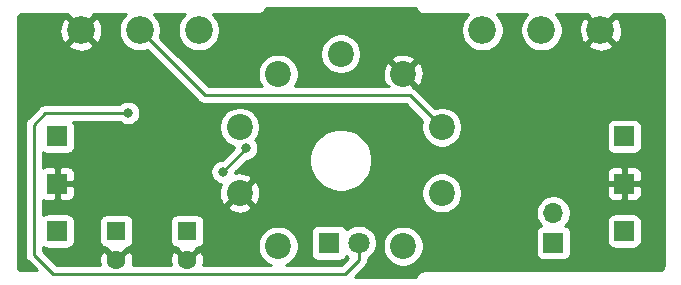
<source format=gbr>
%TF.GenerationSoftware,KiCad,Pcbnew,5.1.9-73d0e3b20d~88~ubuntu20.04.1*%
%TF.CreationDate,2021-05-23T20:46:25+02:00*%
%TF.ProjectId,ValveLord,56616c76-654c-46f7-9264-2e6b69636164,rev?*%
%TF.SameCoordinates,Original*%
%TF.FileFunction,Copper,L2,Bot*%
%TF.FilePolarity,Positive*%
%FSLAX46Y46*%
G04 Gerber Fmt 4.6, Leading zero omitted, Abs format (unit mm)*
G04 Created by KiCad (PCBNEW 5.1.9-73d0e3b20d~88~ubuntu20.04.1) date 2021-05-23 20:46:25*
%MOMM*%
%LPD*%
G01*
G04 APERTURE LIST*
%TA.AperFunction,ComponentPad*%
%ADD10C,2.340000*%
%TD*%
%TA.AperFunction,ComponentPad*%
%ADD11C,2.200000*%
%TD*%
%TA.AperFunction,ComponentPad*%
%ADD12O,1.700000X1.700000*%
%TD*%
%TA.AperFunction,ComponentPad*%
%ADD13R,1.700000X1.700000*%
%TD*%
%TA.AperFunction,ComponentPad*%
%ADD14C,1.800000*%
%TD*%
%TA.AperFunction,ComponentPad*%
%ADD15R,1.800000X1.800000*%
%TD*%
%TA.AperFunction,ComponentPad*%
%ADD16C,1.600000*%
%TD*%
%TA.AperFunction,ComponentPad*%
%ADD17R,1.600000X1.600000*%
%TD*%
%TA.AperFunction,ViaPad*%
%ADD18C,0.800000*%
%TD*%
%TA.AperFunction,Conductor*%
%ADD19C,0.250000*%
%TD*%
%TA.AperFunction,Conductor*%
%ADD20C,0.254000*%
%TD*%
%TA.AperFunction,Conductor*%
%ADD21C,0.100000*%
%TD*%
G04 APERTURE END LIST*
D10*
%TO.P,RV2,1*%
%TO.N,GND*%
X227000000Y-102000000D03*
%TO.P,RV2,2*%
%TO.N,/Vout*%
X222000000Y-102000000D03*
%TO.P,RV2,3*%
%TO.N,Net-(C4-Pad1)*%
X217000000Y-102000000D03*
%TD*%
%TO.P,RV1,1*%
%TO.N,Net-(RV1-Pad1)*%
X193000000Y-102000000D03*
%TO.P,RV1,2*%
%TO.N,Net-(C6-Pad2)*%
X188000000Y-102000000D03*
%TO.P,RV1,3*%
%TO.N,GND*%
X183000000Y-102000000D03*
%TD*%
D11*
%TO.P,U1,9*%
%TO.N,Net-(U1-Pad9)*%
X199710000Y-120280000D03*
%TO.P,U1,8*%
%TO.N,GND*%
X196440000Y-115780000D03*
%TO.P,U1,7*%
%TO.N,Net-(C3-Pad1)*%
X196440000Y-110220000D03*
%TO.P,U1,6*%
%TO.N,Net-(C4-Pad2)*%
X199710000Y-105720000D03*
%TO.P,U1,5*%
%TO.N,VCC*%
X205000000Y-104000000D03*
%TO.P,U1,4*%
%TO.N,GND*%
X210290000Y-105720000D03*
%TO.P,U1,3*%
%TO.N,Net-(C6-Pad2)*%
X213560000Y-110220000D03*
%TO.P,U1,2*%
%TO.N,Net-(C1-Pad1)*%
X213560000Y-115780000D03*
%TO.P,U1,1*%
%TO.N,Net-(C3-Pad2)*%
X210290000Y-120280000D03*
%TD*%
D12*
%TO.P,J7,2*%
%TO.N,Net-(J7-Pad2)*%
X223000000Y-117460000D03*
D13*
%TO.P,J7,1*%
%TO.N,VDD*%
X223000000Y-120000000D03*
%TD*%
%TO.P,J6,1*%
%TO.N,Net-(D1-Pad1)*%
X181000000Y-119000000D03*
%TD*%
D14*
%TO.P,D1,2*%
%TO.N,Net-(D1-Pad2)*%
X206540000Y-120000000D03*
D15*
%TO.P,D1,1*%
%TO.N,Net-(D1-Pad1)*%
X204000000Y-120000000D03*
%TD*%
D16*
%TO.P,C5,2*%
%TO.N,GND*%
X192000000Y-121500000D03*
D17*
%TO.P,C5,1*%
%TO.N,VDD*%
X192000000Y-119000000D03*
%TD*%
D13*
%TO.P,J5,1*%
%TO.N,GND*%
X229000000Y-115000000D03*
%TD*%
%TO.P,J3,1*%
%TO.N,/Vin*%
X229000000Y-119000000D03*
%TD*%
%TO.P,J1,1*%
%TO.N,VCC*%
X181000000Y-111000000D03*
%TD*%
%TO.P,J2,1*%
%TO.N,GND*%
X181000000Y-115000000D03*
%TD*%
%TO.P,J4,1*%
%TO.N,/Vout*%
X229000000Y-111000000D03*
%TD*%
D16*
%TO.P,C2,2*%
%TO.N,GND*%
X186000000Y-121500000D03*
D17*
%TO.P,C2,1*%
%TO.N,VCC*%
X186000000Y-119000000D03*
%TD*%
D18*
%TO.N,Net-(C4-Pad2)*%
X195000000Y-114000000D03*
X197000000Y-112000000D03*
%TO.N,GND*%
X187000000Y-113000000D03*
%TO.N,Net-(D1-Pad2)*%
X187000000Y-109000000D03*
%TD*%
D19*
%TO.N,Net-(C4-Pad2)*%
X195000000Y-114000000D02*
X197000000Y-112000000D01*
%TO.N,Net-(C6-Pad2)*%
X210840000Y-107500000D02*
X213560000Y-110220000D01*
X193500000Y-107500000D02*
X210840000Y-107500000D01*
X188000000Y-102000000D02*
X193500000Y-107500000D01*
%TO.N,Net-(D1-Pad2)*%
X206540000Y-121460000D02*
X206540000Y-120000000D01*
X205350010Y-122649990D02*
X206540000Y-121460000D01*
X180649990Y-122649990D02*
X205350010Y-122649990D01*
X179000000Y-121000000D02*
X180649990Y-122649990D01*
X179000000Y-110000000D02*
X179000000Y-121000000D01*
X180000000Y-109000000D02*
X179000000Y-110000000D01*
X184000000Y-109000000D02*
X180000000Y-109000000D01*
X187000000Y-109000000D02*
X184000000Y-109000000D01*
%TD*%
D20*
%TO.N,GND*%
X211349550Y-100129383D02*
X211387290Y-100253793D01*
X211448575Y-100368450D01*
X211531052Y-100468948D01*
X211631550Y-100551425D01*
X211746207Y-100612710D01*
X211870617Y-100650450D01*
X211967581Y-100660000D01*
X212000000Y-100663193D01*
X212032419Y-100660000D01*
X215787344Y-100660000D01*
X215597965Y-100849379D01*
X215400429Y-101145012D01*
X215264365Y-101473501D01*
X215195000Y-101822223D01*
X215195000Y-102177777D01*
X215264365Y-102526499D01*
X215400429Y-102854988D01*
X215597965Y-103150621D01*
X215849379Y-103402035D01*
X216145012Y-103599571D01*
X216473501Y-103735635D01*
X216822223Y-103805000D01*
X217177777Y-103805000D01*
X217526499Y-103735635D01*
X217854988Y-103599571D01*
X218150621Y-103402035D01*
X218402035Y-103150621D01*
X218599571Y-102854988D01*
X218735635Y-102526499D01*
X218805000Y-102177777D01*
X218805000Y-101822223D01*
X218735635Y-101473501D01*
X218599571Y-101145012D01*
X218402035Y-100849379D01*
X218212656Y-100660000D01*
X220787344Y-100660000D01*
X220597965Y-100849379D01*
X220400429Y-101145012D01*
X220264365Y-101473501D01*
X220195000Y-101822223D01*
X220195000Y-102177777D01*
X220264365Y-102526499D01*
X220400429Y-102854988D01*
X220597965Y-103150621D01*
X220849379Y-103402035D01*
X221145012Y-103599571D01*
X221473501Y-103735635D01*
X221822223Y-103805000D01*
X222177777Y-103805000D01*
X222526499Y-103735635D01*
X222854988Y-103599571D01*
X223150621Y-103402035D01*
X223296054Y-103256602D01*
X225923003Y-103256602D01*
X226039275Y-103538389D01*
X226357860Y-103696257D01*
X226701122Y-103788938D01*
X227055869Y-103812873D01*
X227408470Y-103767139D01*
X227745373Y-103653495D01*
X227960725Y-103538389D01*
X228076997Y-103256602D01*
X227000000Y-102179605D01*
X225923003Y-103256602D01*
X223296054Y-103256602D01*
X223402035Y-103150621D01*
X223599571Y-102854988D01*
X223735635Y-102526499D01*
X223805000Y-102177777D01*
X223805000Y-102055869D01*
X225187127Y-102055869D01*
X225232861Y-102408470D01*
X225346505Y-102745373D01*
X225461611Y-102960725D01*
X225743398Y-103076997D01*
X226820395Y-102000000D01*
X227179605Y-102000000D01*
X228256602Y-103076997D01*
X228538389Y-102960725D01*
X228696257Y-102642140D01*
X228788938Y-102298878D01*
X228812873Y-101944131D01*
X228767139Y-101591530D01*
X228653495Y-101254627D01*
X228538389Y-101039275D01*
X228256602Y-100923003D01*
X227179605Y-102000000D01*
X226820395Y-102000000D01*
X225743398Y-100923003D01*
X225461611Y-101039275D01*
X225303743Y-101357860D01*
X225211062Y-101701122D01*
X225187127Y-102055869D01*
X223805000Y-102055869D01*
X223805000Y-101822223D01*
X223735635Y-101473501D01*
X223599571Y-101145012D01*
X223402035Y-100849379D01*
X223212656Y-100660000D01*
X225957415Y-100660000D01*
X225923003Y-100743398D01*
X227000000Y-101820395D01*
X228076997Y-100743398D01*
X228042585Y-100660000D01*
X231967721Y-100660000D01*
X232065424Y-100669580D01*
X232128356Y-100688580D01*
X232186405Y-100719445D01*
X232237343Y-100760989D01*
X232279248Y-100811644D01*
X232310515Y-100869471D01*
X232329956Y-100932272D01*
X232340001Y-101027845D01*
X232340000Y-121967721D01*
X232330420Y-122065424D01*
X232311420Y-122128357D01*
X232280554Y-122186406D01*
X232239011Y-122237343D01*
X232188356Y-122279248D01*
X232130529Y-122310515D01*
X232067728Y-122329956D01*
X231972165Y-122340000D01*
X212032419Y-122340000D01*
X212000000Y-122336807D01*
X211967581Y-122340000D01*
X211870617Y-122349550D01*
X211746207Y-122387290D01*
X211631550Y-122448575D01*
X211531052Y-122531052D01*
X211448575Y-122631550D01*
X211387290Y-122746207D01*
X211349550Y-122870617D01*
X211349315Y-122873000D01*
X206201801Y-122873000D01*
X207051004Y-122023798D01*
X207080001Y-122000001D01*
X207115431Y-121956830D01*
X207174974Y-121884277D01*
X207245546Y-121752247D01*
X207247320Y-121746398D01*
X207289003Y-121608986D01*
X207300000Y-121497333D01*
X207300000Y-121497323D01*
X207303676Y-121460000D01*
X207300000Y-121422678D01*
X207300000Y-121338313D01*
X207518505Y-121192312D01*
X207732312Y-120978505D01*
X207900299Y-120727095D01*
X208016011Y-120447743D01*
X208075000Y-120151184D01*
X208075000Y-120109117D01*
X208555000Y-120109117D01*
X208555000Y-120450883D01*
X208621675Y-120786081D01*
X208752463Y-121101831D01*
X208942337Y-121385998D01*
X209184002Y-121627663D01*
X209468169Y-121817537D01*
X209783919Y-121948325D01*
X210119117Y-122015000D01*
X210460883Y-122015000D01*
X210796081Y-121948325D01*
X211111831Y-121817537D01*
X211395998Y-121627663D01*
X211637663Y-121385998D01*
X211827537Y-121101831D01*
X211958325Y-120786081D01*
X212025000Y-120450883D01*
X212025000Y-120109117D01*
X211958325Y-119773919D01*
X211827537Y-119458169D01*
X211637663Y-119174002D01*
X211613661Y-119150000D01*
X221511928Y-119150000D01*
X221511928Y-120850000D01*
X221524188Y-120974482D01*
X221560498Y-121094180D01*
X221619463Y-121204494D01*
X221698815Y-121301185D01*
X221795506Y-121380537D01*
X221905820Y-121439502D01*
X222025518Y-121475812D01*
X222150000Y-121488072D01*
X223850000Y-121488072D01*
X223974482Y-121475812D01*
X224094180Y-121439502D01*
X224204494Y-121380537D01*
X224301185Y-121301185D01*
X224380537Y-121204494D01*
X224439502Y-121094180D01*
X224475812Y-120974482D01*
X224488072Y-120850000D01*
X224488072Y-119150000D01*
X224475812Y-119025518D01*
X224439502Y-118905820D01*
X224380537Y-118795506D01*
X224301185Y-118698815D01*
X224204494Y-118619463D01*
X224094180Y-118560498D01*
X224021620Y-118538487D01*
X224153475Y-118406632D01*
X224315990Y-118163411D01*
X224321544Y-118150000D01*
X227511928Y-118150000D01*
X227511928Y-119850000D01*
X227524188Y-119974482D01*
X227560498Y-120094180D01*
X227619463Y-120204494D01*
X227698815Y-120301185D01*
X227795506Y-120380537D01*
X227905820Y-120439502D01*
X228025518Y-120475812D01*
X228150000Y-120488072D01*
X229850000Y-120488072D01*
X229974482Y-120475812D01*
X230094180Y-120439502D01*
X230204494Y-120380537D01*
X230301185Y-120301185D01*
X230380537Y-120204494D01*
X230439502Y-120094180D01*
X230475812Y-119974482D01*
X230488072Y-119850000D01*
X230488072Y-118150000D01*
X230475812Y-118025518D01*
X230439502Y-117905820D01*
X230380537Y-117795506D01*
X230301185Y-117698815D01*
X230204494Y-117619463D01*
X230094180Y-117560498D01*
X229974482Y-117524188D01*
X229850000Y-117511928D01*
X228150000Y-117511928D01*
X228025518Y-117524188D01*
X227905820Y-117560498D01*
X227795506Y-117619463D01*
X227698815Y-117698815D01*
X227619463Y-117795506D01*
X227560498Y-117905820D01*
X227524188Y-118025518D01*
X227511928Y-118150000D01*
X224321544Y-118150000D01*
X224427932Y-117893158D01*
X224485000Y-117606260D01*
X224485000Y-117313740D01*
X224427932Y-117026842D01*
X224315990Y-116756589D01*
X224153475Y-116513368D01*
X223946632Y-116306525D01*
X223703411Y-116144010D01*
X223433158Y-116032068D01*
X223146260Y-115975000D01*
X222853740Y-115975000D01*
X222566842Y-116032068D01*
X222296589Y-116144010D01*
X222053368Y-116306525D01*
X221846525Y-116513368D01*
X221684010Y-116756589D01*
X221572068Y-117026842D01*
X221515000Y-117313740D01*
X221515000Y-117606260D01*
X221572068Y-117893158D01*
X221684010Y-118163411D01*
X221846525Y-118406632D01*
X221978380Y-118538487D01*
X221905820Y-118560498D01*
X221795506Y-118619463D01*
X221698815Y-118698815D01*
X221619463Y-118795506D01*
X221560498Y-118905820D01*
X221524188Y-119025518D01*
X221511928Y-119150000D01*
X211613661Y-119150000D01*
X211395998Y-118932337D01*
X211111831Y-118742463D01*
X210796081Y-118611675D01*
X210460883Y-118545000D01*
X210119117Y-118545000D01*
X209783919Y-118611675D01*
X209468169Y-118742463D01*
X209184002Y-118932337D01*
X208942337Y-119174002D01*
X208752463Y-119458169D01*
X208621675Y-119773919D01*
X208555000Y-120109117D01*
X208075000Y-120109117D01*
X208075000Y-119848816D01*
X208016011Y-119552257D01*
X207900299Y-119272905D01*
X207732312Y-119021495D01*
X207518505Y-118807688D01*
X207267095Y-118639701D01*
X206987743Y-118523989D01*
X206691184Y-118465000D01*
X206388816Y-118465000D01*
X206092257Y-118523989D01*
X205812905Y-118639701D01*
X205561495Y-118807688D01*
X205495056Y-118874127D01*
X205489502Y-118855820D01*
X205430537Y-118745506D01*
X205351185Y-118648815D01*
X205254494Y-118569463D01*
X205144180Y-118510498D01*
X205024482Y-118474188D01*
X204900000Y-118461928D01*
X203100000Y-118461928D01*
X202975518Y-118474188D01*
X202855820Y-118510498D01*
X202745506Y-118569463D01*
X202648815Y-118648815D01*
X202569463Y-118745506D01*
X202510498Y-118855820D01*
X202474188Y-118975518D01*
X202461928Y-119100000D01*
X202461928Y-120900000D01*
X202474188Y-121024482D01*
X202510498Y-121144180D01*
X202569463Y-121254494D01*
X202648815Y-121351185D01*
X202745506Y-121430537D01*
X202855820Y-121489502D01*
X202975518Y-121525812D01*
X203100000Y-121538072D01*
X204900000Y-121538072D01*
X205024482Y-121525812D01*
X205144180Y-121489502D01*
X205254494Y-121430537D01*
X205351185Y-121351185D01*
X205430537Y-121254494D01*
X205489502Y-121144180D01*
X205495056Y-121125873D01*
X205561495Y-121192312D01*
X205664237Y-121260962D01*
X205035209Y-121889990D01*
X200356914Y-121889990D01*
X200531831Y-121817537D01*
X200815998Y-121627663D01*
X201057663Y-121385998D01*
X201247537Y-121101831D01*
X201378325Y-120786081D01*
X201445000Y-120450883D01*
X201445000Y-120109117D01*
X201378325Y-119773919D01*
X201247537Y-119458169D01*
X201057663Y-119174002D01*
X200815998Y-118932337D01*
X200531831Y-118742463D01*
X200216081Y-118611675D01*
X199880883Y-118545000D01*
X199539117Y-118545000D01*
X199203919Y-118611675D01*
X198888169Y-118742463D01*
X198604002Y-118932337D01*
X198362337Y-119174002D01*
X198172463Y-119458169D01*
X198041675Y-119773919D01*
X197975000Y-120109117D01*
X197975000Y-120450883D01*
X198041675Y-120786081D01*
X198172463Y-121101831D01*
X198362337Y-121385998D01*
X198604002Y-121627663D01*
X198888169Y-121817537D01*
X199063086Y-121889990D01*
X193381638Y-121889990D01*
X193426300Y-121711816D01*
X193440217Y-121429488D01*
X193398787Y-121149870D01*
X193303603Y-120883708D01*
X193236671Y-120758486D01*
X192992702Y-120686903D01*
X192179605Y-121500000D01*
X192193748Y-121514143D01*
X192014143Y-121693748D01*
X192000000Y-121679605D01*
X191985858Y-121693748D01*
X191806253Y-121514143D01*
X191820395Y-121500000D01*
X191007298Y-120686903D01*
X190763329Y-120758486D01*
X190642429Y-121013996D01*
X190573700Y-121288184D01*
X190559783Y-121570512D01*
X190601213Y-121850130D01*
X190615468Y-121889990D01*
X187381638Y-121889990D01*
X187426300Y-121711816D01*
X187440217Y-121429488D01*
X187398787Y-121149870D01*
X187303603Y-120883708D01*
X187236671Y-120758486D01*
X186992702Y-120686903D01*
X186179605Y-121500000D01*
X186193748Y-121514143D01*
X186014143Y-121693748D01*
X186000000Y-121679605D01*
X185985858Y-121693748D01*
X185806253Y-121514143D01*
X185820395Y-121500000D01*
X185007298Y-120686903D01*
X184763329Y-120758486D01*
X184642429Y-121013996D01*
X184573700Y-121288184D01*
X184559783Y-121570512D01*
X184601213Y-121850130D01*
X184615468Y-121889990D01*
X180964792Y-121889990D01*
X179760000Y-120685199D01*
X179760000Y-120351398D01*
X179795506Y-120380537D01*
X179905820Y-120439502D01*
X180025518Y-120475812D01*
X180150000Y-120488072D01*
X181850000Y-120488072D01*
X181974482Y-120475812D01*
X182094180Y-120439502D01*
X182204494Y-120380537D01*
X182301185Y-120301185D01*
X182380537Y-120204494D01*
X182439502Y-120094180D01*
X182475812Y-119974482D01*
X182488072Y-119850000D01*
X182488072Y-118200000D01*
X184561928Y-118200000D01*
X184561928Y-119800000D01*
X184574188Y-119924482D01*
X184610498Y-120044180D01*
X184669463Y-120154494D01*
X184748815Y-120251185D01*
X184845506Y-120330537D01*
X184955820Y-120389502D01*
X185075518Y-120425812D01*
X185200000Y-120438072D01*
X185207215Y-120438072D01*
X185186903Y-120507298D01*
X186000000Y-121320395D01*
X186813097Y-120507298D01*
X186792785Y-120438072D01*
X186800000Y-120438072D01*
X186924482Y-120425812D01*
X187044180Y-120389502D01*
X187154494Y-120330537D01*
X187251185Y-120251185D01*
X187330537Y-120154494D01*
X187389502Y-120044180D01*
X187425812Y-119924482D01*
X187438072Y-119800000D01*
X187438072Y-118200000D01*
X190561928Y-118200000D01*
X190561928Y-119800000D01*
X190574188Y-119924482D01*
X190610498Y-120044180D01*
X190669463Y-120154494D01*
X190748815Y-120251185D01*
X190845506Y-120330537D01*
X190955820Y-120389502D01*
X191075518Y-120425812D01*
X191200000Y-120438072D01*
X191207215Y-120438072D01*
X191186903Y-120507298D01*
X192000000Y-121320395D01*
X192813097Y-120507298D01*
X192792785Y-120438072D01*
X192800000Y-120438072D01*
X192924482Y-120425812D01*
X193044180Y-120389502D01*
X193154494Y-120330537D01*
X193251185Y-120251185D01*
X193330537Y-120154494D01*
X193389502Y-120044180D01*
X193425812Y-119924482D01*
X193438072Y-119800000D01*
X193438072Y-118200000D01*
X193425812Y-118075518D01*
X193389502Y-117955820D01*
X193330537Y-117845506D01*
X193251185Y-117748815D01*
X193154494Y-117669463D01*
X193044180Y-117610498D01*
X192924482Y-117574188D01*
X192800000Y-117561928D01*
X191200000Y-117561928D01*
X191075518Y-117574188D01*
X190955820Y-117610498D01*
X190845506Y-117669463D01*
X190748815Y-117748815D01*
X190669463Y-117845506D01*
X190610498Y-117955820D01*
X190574188Y-118075518D01*
X190561928Y-118200000D01*
X187438072Y-118200000D01*
X187425812Y-118075518D01*
X187389502Y-117955820D01*
X187330537Y-117845506D01*
X187251185Y-117748815D01*
X187154494Y-117669463D01*
X187044180Y-117610498D01*
X186924482Y-117574188D01*
X186800000Y-117561928D01*
X185200000Y-117561928D01*
X185075518Y-117574188D01*
X184955820Y-117610498D01*
X184845506Y-117669463D01*
X184748815Y-117748815D01*
X184669463Y-117845506D01*
X184610498Y-117955820D01*
X184574188Y-118075518D01*
X184561928Y-118200000D01*
X182488072Y-118200000D01*
X182488072Y-118150000D01*
X182475812Y-118025518D01*
X182439502Y-117905820D01*
X182380537Y-117795506D01*
X182301185Y-117698815D01*
X182204494Y-117619463D01*
X182094180Y-117560498D01*
X181974482Y-117524188D01*
X181850000Y-117511928D01*
X180150000Y-117511928D01*
X180025518Y-117524188D01*
X179905820Y-117560498D01*
X179795506Y-117619463D01*
X179760000Y-117648602D01*
X179760000Y-116986712D01*
X195412893Y-116986712D01*
X195520726Y-117261338D01*
X195827384Y-117412216D01*
X196157585Y-117500369D01*
X196498639Y-117522409D01*
X196837439Y-117477489D01*
X197160966Y-117367336D01*
X197359274Y-117261338D01*
X197467107Y-116986712D01*
X196440000Y-115959605D01*
X195412893Y-116986712D01*
X179760000Y-116986712D01*
X179760000Y-116351398D01*
X179795506Y-116380537D01*
X179905820Y-116439502D01*
X180025518Y-116475812D01*
X180150000Y-116488072D01*
X180714250Y-116485000D01*
X180873000Y-116326250D01*
X180873000Y-115127000D01*
X181127000Y-115127000D01*
X181127000Y-116326250D01*
X181285750Y-116485000D01*
X181850000Y-116488072D01*
X181974482Y-116475812D01*
X182094180Y-116439502D01*
X182204494Y-116380537D01*
X182301185Y-116301185D01*
X182380537Y-116204494D01*
X182439502Y-116094180D01*
X182475812Y-115974482D01*
X182488072Y-115850000D01*
X182485000Y-115285750D01*
X182326250Y-115127000D01*
X181127000Y-115127000D01*
X180873000Y-115127000D01*
X180853000Y-115127000D01*
X180853000Y-114873000D01*
X180873000Y-114873000D01*
X180873000Y-113673750D01*
X181127000Y-113673750D01*
X181127000Y-114873000D01*
X182326250Y-114873000D01*
X182485000Y-114714250D01*
X182488072Y-114150000D01*
X182475812Y-114025518D01*
X182439502Y-113905820D01*
X182435355Y-113898061D01*
X193965000Y-113898061D01*
X193965000Y-114101939D01*
X194004774Y-114301898D01*
X194082795Y-114490256D01*
X194196063Y-114659774D01*
X194340226Y-114803937D01*
X194509744Y-114917205D01*
X194698102Y-114995226D01*
X194875159Y-115030445D01*
X194807784Y-115167384D01*
X194719631Y-115497585D01*
X194697591Y-115838639D01*
X194742511Y-116177439D01*
X194852664Y-116500966D01*
X194958662Y-116699274D01*
X195233288Y-116807107D01*
X196260395Y-115780000D01*
X196619605Y-115780000D01*
X197646712Y-116807107D01*
X197921338Y-116699274D01*
X198072216Y-116392616D01*
X198160369Y-116062415D01*
X198182409Y-115721361D01*
X198137489Y-115382561D01*
X198027336Y-115059034D01*
X197921338Y-114860726D01*
X197646712Y-114752893D01*
X196619605Y-115780000D01*
X196260395Y-115780000D01*
X196246253Y-115765858D01*
X196425858Y-115586253D01*
X196440000Y-115600395D01*
X197467107Y-114573288D01*
X197359274Y-114298662D01*
X197052616Y-114147784D01*
X196722415Y-114059631D01*
X196381361Y-114037591D01*
X196042561Y-114082511D01*
X196035000Y-114085085D01*
X196035000Y-114039801D01*
X197039802Y-113035000D01*
X197101939Y-113035000D01*
X197301898Y-112995226D01*
X197490256Y-112917205D01*
X197659774Y-112803937D01*
X197726397Y-112737314D01*
X202332905Y-112737314D01*
X202332905Y-113262686D01*
X202435400Y-113777963D01*
X202636451Y-114263343D01*
X202928332Y-114700174D01*
X203299826Y-115071668D01*
X203736657Y-115363549D01*
X204222037Y-115564600D01*
X204737314Y-115667095D01*
X205262686Y-115667095D01*
X205554160Y-115609117D01*
X211825000Y-115609117D01*
X211825000Y-115950883D01*
X211891675Y-116286081D01*
X212022463Y-116601831D01*
X212212337Y-116885998D01*
X212454002Y-117127663D01*
X212738169Y-117317537D01*
X213053919Y-117448325D01*
X213389117Y-117515000D01*
X213730883Y-117515000D01*
X214066081Y-117448325D01*
X214381831Y-117317537D01*
X214665998Y-117127663D01*
X214907663Y-116885998D01*
X215097537Y-116601831D01*
X215228325Y-116286081D01*
X215295000Y-115950883D01*
X215295000Y-115850000D01*
X227511928Y-115850000D01*
X227524188Y-115974482D01*
X227560498Y-116094180D01*
X227619463Y-116204494D01*
X227698815Y-116301185D01*
X227795506Y-116380537D01*
X227905820Y-116439502D01*
X228025518Y-116475812D01*
X228150000Y-116488072D01*
X228714250Y-116485000D01*
X228873000Y-116326250D01*
X228873000Y-115127000D01*
X229127000Y-115127000D01*
X229127000Y-116326250D01*
X229285750Y-116485000D01*
X229850000Y-116488072D01*
X229974482Y-116475812D01*
X230094180Y-116439502D01*
X230204494Y-116380537D01*
X230301185Y-116301185D01*
X230380537Y-116204494D01*
X230439502Y-116094180D01*
X230475812Y-115974482D01*
X230488072Y-115850000D01*
X230485000Y-115285750D01*
X230326250Y-115127000D01*
X229127000Y-115127000D01*
X228873000Y-115127000D01*
X227673750Y-115127000D01*
X227515000Y-115285750D01*
X227511928Y-115850000D01*
X215295000Y-115850000D01*
X215295000Y-115609117D01*
X215228325Y-115273919D01*
X215097537Y-114958169D01*
X214907663Y-114674002D01*
X214665998Y-114432337D01*
X214381831Y-114242463D01*
X214158606Y-114150000D01*
X227511928Y-114150000D01*
X227515000Y-114714250D01*
X227673750Y-114873000D01*
X228873000Y-114873000D01*
X228873000Y-113673750D01*
X229127000Y-113673750D01*
X229127000Y-114873000D01*
X230326250Y-114873000D01*
X230485000Y-114714250D01*
X230488072Y-114150000D01*
X230475812Y-114025518D01*
X230439502Y-113905820D01*
X230380537Y-113795506D01*
X230301185Y-113698815D01*
X230204494Y-113619463D01*
X230094180Y-113560498D01*
X229974482Y-113524188D01*
X229850000Y-113511928D01*
X229285750Y-113515000D01*
X229127000Y-113673750D01*
X228873000Y-113673750D01*
X228714250Y-113515000D01*
X228150000Y-113511928D01*
X228025518Y-113524188D01*
X227905820Y-113560498D01*
X227795506Y-113619463D01*
X227698815Y-113698815D01*
X227619463Y-113795506D01*
X227560498Y-113905820D01*
X227524188Y-114025518D01*
X227511928Y-114150000D01*
X214158606Y-114150000D01*
X214066081Y-114111675D01*
X213730883Y-114045000D01*
X213389117Y-114045000D01*
X213053919Y-114111675D01*
X212738169Y-114242463D01*
X212454002Y-114432337D01*
X212212337Y-114674002D01*
X212022463Y-114958169D01*
X211891675Y-115273919D01*
X211825000Y-115609117D01*
X205554160Y-115609117D01*
X205777963Y-115564600D01*
X206263343Y-115363549D01*
X206700174Y-115071668D01*
X207071668Y-114700174D01*
X207363549Y-114263343D01*
X207564600Y-113777963D01*
X207667095Y-113262686D01*
X207667095Y-112737314D01*
X207564600Y-112222037D01*
X207363549Y-111736657D01*
X207071668Y-111299826D01*
X206700174Y-110928332D01*
X206263343Y-110636451D01*
X205777963Y-110435400D01*
X205262686Y-110332905D01*
X204737314Y-110332905D01*
X204222037Y-110435400D01*
X203736657Y-110636451D01*
X203299826Y-110928332D01*
X202928332Y-111299826D01*
X202636451Y-111736657D01*
X202435400Y-112222037D01*
X202332905Y-112737314D01*
X197726397Y-112737314D01*
X197803937Y-112659774D01*
X197917205Y-112490256D01*
X197995226Y-112301898D01*
X198035000Y-112101939D01*
X198035000Y-111898061D01*
X197995226Y-111698102D01*
X197917205Y-111509744D01*
X197803937Y-111340226D01*
X197788483Y-111324772D01*
X197977537Y-111041831D01*
X198108325Y-110726081D01*
X198175000Y-110390883D01*
X198175000Y-110049117D01*
X198108325Y-109713919D01*
X197977537Y-109398169D01*
X197787663Y-109114002D01*
X197545998Y-108872337D01*
X197261831Y-108682463D01*
X196946081Y-108551675D01*
X196610883Y-108485000D01*
X196269117Y-108485000D01*
X195933919Y-108551675D01*
X195618169Y-108682463D01*
X195334002Y-108872337D01*
X195092337Y-109114002D01*
X194902463Y-109398169D01*
X194771675Y-109713919D01*
X194705000Y-110049117D01*
X194705000Y-110390883D01*
X194771675Y-110726081D01*
X194902463Y-111041831D01*
X195092337Y-111325998D01*
X195334002Y-111567663D01*
X195618169Y-111757537D01*
X195933919Y-111888325D01*
X195965680Y-111894643D01*
X195965000Y-111898061D01*
X195965000Y-111960198D01*
X194960199Y-112965000D01*
X194898061Y-112965000D01*
X194698102Y-113004774D01*
X194509744Y-113082795D01*
X194340226Y-113196063D01*
X194196063Y-113340226D01*
X194082795Y-113509744D01*
X194004774Y-113698102D01*
X193965000Y-113898061D01*
X182435355Y-113898061D01*
X182380537Y-113795506D01*
X182301185Y-113698815D01*
X182204494Y-113619463D01*
X182094180Y-113560498D01*
X181974482Y-113524188D01*
X181850000Y-113511928D01*
X181285750Y-113515000D01*
X181127000Y-113673750D01*
X180873000Y-113673750D01*
X180714250Y-113515000D01*
X180150000Y-113511928D01*
X180025518Y-113524188D01*
X179905820Y-113560498D01*
X179795506Y-113619463D01*
X179760000Y-113648602D01*
X179760000Y-112351398D01*
X179795506Y-112380537D01*
X179905820Y-112439502D01*
X180025518Y-112475812D01*
X180150000Y-112488072D01*
X181850000Y-112488072D01*
X181974482Y-112475812D01*
X182094180Y-112439502D01*
X182204494Y-112380537D01*
X182301185Y-112301185D01*
X182380537Y-112204494D01*
X182439502Y-112094180D01*
X182475812Y-111974482D01*
X182488072Y-111850000D01*
X182488072Y-110150000D01*
X182475812Y-110025518D01*
X182439502Y-109905820D01*
X182380537Y-109795506D01*
X182351398Y-109760000D01*
X186296289Y-109760000D01*
X186340226Y-109803937D01*
X186509744Y-109917205D01*
X186698102Y-109995226D01*
X186898061Y-110035000D01*
X187101939Y-110035000D01*
X187301898Y-109995226D01*
X187490256Y-109917205D01*
X187659774Y-109803937D01*
X187803937Y-109659774D01*
X187917205Y-109490256D01*
X187995226Y-109301898D01*
X188035000Y-109101939D01*
X188035000Y-108898061D01*
X187995226Y-108698102D01*
X187917205Y-108509744D01*
X187803937Y-108340226D01*
X187659774Y-108196063D01*
X187490256Y-108082795D01*
X187301898Y-108004774D01*
X187101939Y-107965000D01*
X186898061Y-107965000D01*
X186698102Y-108004774D01*
X186509744Y-108082795D01*
X186340226Y-108196063D01*
X186296289Y-108240000D01*
X180037333Y-108240000D01*
X180000000Y-108236323D01*
X179962667Y-108240000D01*
X179851014Y-108250997D01*
X179707753Y-108294454D01*
X179575724Y-108365026D01*
X179459999Y-108459999D01*
X179436201Y-108488997D01*
X178489002Y-109436196D01*
X178459999Y-109459999D01*
X178407321Y-109524188D01*
X178365026Y-109575724D01*
X178341647Y-109619463D01*
X178294454Y-109707754D01*
X178250997Y-109851015D01*
X178240000Y-109962668D01*
X178240000Y-109962678D01*
X178236324Y-110000000D01*
X178240000Y-110037322D01*
X178240001Y-120962668D01*
X178236324Y-121000000D01*
X178250998Y-121148985D01*
X178294454Y-121292246D01*
X178365026Y-121424276D01*
X178424982Y-121497332D01*
X178460000Y-121540001D01*
X178488998Y-121563799D01*
X179265199Y-122340000D01*
X178032279Y-122340000D01*
X177934576Y-122330420D01*
X177871643Y-122311420D01*
X177813594Y-122280554D01*
X177762657Y-122239011D01*
X177720752Y-122188356D01*
X177689485Y-122130529D01*
X177670044Y-122067728D01*
X177660000Y-121972165D01*
X177660000Y-103256602D01*
X181923003Y-103256602D01*
X182039275Y-103538389D01*
X182357860Y-103696257D01*
X182701122Y-103788938D01*
X183055869Y-103812873D01*
X183408470Y-103767139D01*
X183745373Y-103653495D01*
X183960725Y-103538389D01*
X184076997Y-103256602D01*
X183000000Y-102179605D01*
X181923003Y-103256602D01*
X177660000Y-103256602D01*
X177660000Y-102055869D01*
X181187127Y-102055869D01*
X181232861Y-102408470D01*
X181346505Y-102745373D01*
X181461611Y-102960725D01*
X181743398Y-103076997D01*
X182820395Y-102000000D01*
X183179605Y-102000000D01*
X184256602Y-103076997D01*
X184538389Y-102960725D01*
X184696257Y-102642140D01*
X184788938Y-102298878D01*
X184812873Y-101944131D01*
X184767139Y-101591530D01*
X184653495Y-101254627D01*
X184538389Y-101039275D01*
X184256602Y-100923003D01*
X183179605Y-102000000D01*
X182820395Y-102000000D01*
X181743398Y-100923003D01*
X181461611Y-101039275D01*
X181303743Y-101357860D01*
X181211062Y-101701122D01*
X181187127Y-102055869D01*
X177660000Y-102055869D01*
X177660000Y-101032279D01*
X177669580Y-100934576D01*
X177688580Y-100871644D01*
X177719445Y-100813595D01*
X177760989Y-100762657D01*
X177811644Y-100720752D01*
X177869471Y-100689485D01*
X177932272Y-100670044D01*
X178027835Y-100660000D01*
X181957415Y-100660000D01*
X181923003Y-100743398D01*
X183000000Y-101820395D01*
X184076997Y-100743398D01*
X184042585Y-100660000D01*
X186787344Y-100660000D01*
X186597965Y-100849379D01*
X186400429Y-101145012D01*
X186264365Y-101473501D01*
X186195000Y-101822223D01*
X186195000Y-102177777D01*
X186264365Y-102526499D01*
X186400429Y-102854988D01*
X186597965Y-103150621D01*
X186849379Y-103402035D01*
X187145012Y-103599571D01*
X187473501Y-103735635D01*
X187822223Y-103805000D01*
X188177777Y-103805000D01*
X188526499Y-103735635D01*
X188621488Y-103696289D01*
X192936200Y-108011002D01*
X192959999Y-108040001D01*
X192988997Y-108063799D01*
X193075724Y-108134974D01*
X193207753Y-108205546D01*
X193351014Y-108249003D01*
X193500000Y-108263677D01*
X193537333Y-108260000D01*
X210525199Y-108260000D01*
X211917286Y-109652088D01*
X211891675Y-109713919D01*
X211825000Y-110049117D01*
X211825000Y-110390883D01*
X211891675Y-110726081D01*
X212022463Y-111041831D01*
X212212337Y-111325998D01*
X212454002Y-111567663D01*
X212738169Y-111757537D01*
X213053919Y-111888325D01*
X213389117Y-111955000D01*
X213730883Y-111955000D01*
X214066081Y-111888325D01*
X214381831Y-111757537D01*
X214665998Y-111567663D01*
X214907663Y-111325998D01*
X215097537Y-111041831D01*
X215228325Y-110726081D01*
X215295000Y-110390883D01*
X215295000Y-110150000D01*
X227511928Y-110150000D01*
X227511928Y-111850000D01*
X227524188Y-111974482D01*
X227560498Y-112094180D01*
X227619463Y-112204494D01*
X227698815Y-112301185D01*
X227795506Y-112380537D01*
X227905820Y-112439502D01*
X228025518Y-112475812D01*
X228150000Y-112488072D01*
X229850000Y-112488072D01*
X229974482Y-112475812D01*
X230094180Y-112439502D01*
X230204494Y-112380537D01*
X230301185Y-112301185D01*
X230380537Y-112204494D01*
X230439502Y-112094180D01*
X230475812Y-111974482D01*
X230488072Y-111850000D01*
X230488072Y-110150000D01*
X230475812Y-110025518D01*
X230439502Y-109905820D01*
X230380537Y-109795506D01*
X230301185Y-109698815D01*
X230204494Y-109619463D01*
X230094180Y-109560498D01*
X229974482Y-109524188D01*
X229850000Y-109511928D01*
X228150000Y-109511928D01*
X228025518Y-109524188D01*
X227905820Y-109560498D01*
X227795506Y-109619463D01*
X227698815Y-109698815D01*
X227619463Y-109795506D01*
X227560498Y-109905820D01*
X227524188Y-110025518D01*
X227511928Y-110150000D01*
X215295000Y-110150000D01*
X215295000Y-110049117D01*
X215228325Y-109713919D01*
X215097537Y-109398169D01*
X214907663Y-109114002D01*
X214665998Y-108872337D01*
X214381831Y-108682463D01*
X214066081Y-108551675D01*
X213730883Y-108485000D01*
X213389117Y-108485000D01*
X213053919Y-108551675D01*
X212992088Y-108577286D01*
X211403804Y-106989003D01*
X211380001Y-106959999D01*
X211264276Y-106865026D01*
X211245253Y-106854858D01*
X210290000Y-105899605D01*
X210275858Y-105913748D01*
X210096253Y-105734143D01*
X210110395Y-105720000D01*
X210469605Y-105720000D01*
X211496712Y-106747107D01*
X211771338Y-106639274D01*
X211922216Y-106332616D01*
X212010369Y-106002415D01*
X212032409Y-105661361D01*
X211987489Y-105322561D01*
X211877336Y-104999034D01*
X211771338Y-104800726D01*
X211496712Y-104692893D01*
X210469605Y-105720000D01*
X210110395Y-105720000D01*
X209083288Y-104692893D01*
X208808662Y-104800726D01*
X208657784Y-105107384D01*
X208569631Y-105437585D01*
X208547591Y-105778639D01*
X208592511Y-106117439D01*
X208702664Y-106440966D01*
X208808662Y-106639274D01*
X209065188Y-106740000D01*
X201115125Y-106740000D01*
X201247537Y-106541831D01*
X201378325Y-106226081D01*
X201445000Y-105890883D01*
X201445000Y-105549117D01*
X201378325Y-105213919D01*
X201247537Y-104898169D01*
X201057663Y-104614002D01*
X200815998Y-104372337D01*
X200531831Y-104182463D01*
X200216081Y-104051675D01*
X199880883Y-103985000D01*
X199539117Y-103985000D01*
X199203919Y-104051675D01*
X198888169Y-104182463D01*
X198604002Y-104372337D01*
X198362337Y-104614002D01*
X198172463Y-104898169D01*
X198041675Y-105213919D01*
X197975000Y-105549117D01*
X197975000Y-105890883D01*
X198041675Y-106226081D01*
X198172463Y-106541831D01*
X198304875Y-106740000D01*
X193814802Y-106740000D01*
X190903919Y-103829117D01*
X203265000Y-103829117D01*
X203265000Y-104170883D01*
X203331675Y-104506081D01*
X203462463Y-104821831D01*
X203652337Y-105105998D01*
X203894002Y-105347663D01*
X204178169Y-105537537D01*
X204493919Y-105668325D01*
X204829117Y-105735000D01*
X205170883Y-105735000D01*
X205506081Y-105668325D01*
X205821831Y-105537537D01*
X206105998Y-105347663D01*
X206347663Y-105105998D01*
X206537537Y-104821831D01*
X206665339Y-104513288D01*
X209262893Y-104513288D01*
X210290000Y-105540395D01*
X211317107Y-104513288D01*
X211209274Y-104238662D01*
X210902616Y-104087784D01*
X210572415Y-103999631D01*
X210231361Y-103977591D01*
X209892561Y-104022511D01*
X209569034Y-104132664D01*
X209370726Y-104238662D01*
X209262893Y-104513288D01*
X206665339Y-104513288D01*
X206668325Y-104506081D01*
X206735000Y-104170883D01*
X206735000Y-103829117D01*
X206668325Y-103493919D01*
X206537537Y-103178169D01*
X206347663Y-102894002D01*
X206105998Y-102652337D01*
X205821831Y-102462463D01*
X205506081Y-102331675D01*
X205170883Y-102265000D01*
X204829117Y-102265000D01*
X204493919Y-102331675D01*
X204178169Y-102462463D01*
X203894002Y-102652337D01*
X203652337Y-102894002D01*
X203462463Y-103178169D01*
X203331675Y-103493919D01*
X203265000Y-103829117D01*
X190903919Y-103829117D01*
X189696289Y-102621488D01*
X189735635Y-102526499D01*
X189805000Y-102177777D01*
X189805000Y-101822223D01*
X189735635Y-101473501D01*
X189599571Y-101145012D01*
X189402035Y-100849379D01*
X189212656Y-100660000D01*
X191787344Y-100660000D01*
X191597965Y-100849379D01*
X191400429Y-101145012D01*
X191264365Y-101473501D01*
X191195000Y-101822223D01*
X191195000Y-102177777D01*
X191264365Y-102526499D01*
X191400429Y-102854988D01*
X191597965Y-103150621D01*
X191849379Y-103402035D01*
X192145012Y-103599571D01*
X192473501Y-103735635D01*
X192822223Y-103805000D01*
X193177777Y-103805000D01*
X193526499Y-103735635D01*
X193854988Y-103599571D01*
X194150621Y-103402035D01*
X194402035Y-103150621D01*
X194599571Y-102854988D01*
X194735635Y-102526499D01*
X194805000Y-102177777D01*
X194805000Y-101822223D01*
X194735635Y-101473501D01*
X194599571Y-101145012D01*
X194402035Y-100849379D01*
X194212656Y-100660000D01*
X197967581Y-100660000D01*
X198000000Y-100663193D01*
X198032419Y-100660000D01*
X198129383Y-100650450D01*
X198253793Y-100612710D01*
X198368450Y-100551425D01*
X198468948Y-100468948D01*
X198551425Y-100368450D01*
X198612710Y-100253793D01*
X198650450Y-100129383D01*
X198650685Y-100127000D01*
X211349315Y-100127000D01*
X211349550Y-100129383D01*
%TA.AperFunction,Conductor*%
D21*
G36*
X211349550Y-100129383D02*
G01*
X211387290Y-100253793D01*
X211448575Y-100368450D01*
X211531052Y-100468948D01*
X211631550Y-100551425D01*
X211746207Y-100612710D01*
X211870617Y-100650450D01*
X211967581Y-100660000D01*
X212000000Y-100663193D01*
X212032419Y-100660000D01*
X215787344Y-100660000D01*
X215597965Y-100849379D01*
X215400429Y-101145012D01*
X215264365Y-101473501D01*
X215195000Y-101822223D01*
X215195000Y-102177777D01*
X215264365Y-102526499D01*
X215400429Y-102854988D01*
X215597965Y-103150621D01*
X215849379Y-103402035D01*
X216145012Y-103599571D01*
X216473501Y-103735635D01*
X216822223Y-103805000D01*
X217177777Y-103805000D01*
X217526499Y-103735635D01*
X217854988Y-103599571D01*
X218150621Y-103402035D01*
X218402035Y-103150621D01*
X218599571Y-102854988D01*
X218735635Y-102526499D01*
X218805000Y-102177777D01*
X218805000Y-101822223D01*
X218735635Y-101473501D01*
X218599571Y-101145012D01*
X218402035Y-100849379D01*
X218212656Y-100660000D01*
X220787344Y-100660000D01*
X220597965Y-100849379D01*
X220400429Y-101145012D01*
X220264365Y-101473501D01*
X220195000Y-101822223D01*
X220195000Y-102177777D01*
X220264365Y-102526499D01*
X220400429Y-102854988D01*
X220597965Y-103150621D01*
X220849379Y-103402035D01*
X221145012Y-103599571D01*
X221473501Y-103735635D01*
X221822223Y-103805000D01*
X222177777Y-103805000D01*
X222526499Y-103735635D01*
X222854988Y-103599571D01*
X223150621Y-103402035D01*
X223296054Y-103256602D01*
X225923003Y-103256602D01*
X226039275Y-103538389D01*
X226357860Y-103696257D01*
X226701122Y-103788938D01*
X227055869Y-103812873D01*
X227408470Y-103767139D01*
X227745373Y-103653495D01*
X227960725Y-103538389D01*
X228076997Y-103256602D01*
X227000000Y-102179605D01*
X225923003Y-103256602D01*
X223296054Y-103256602D01*
X223402035Y-103150621D01*
X223599571Y-102854988D01*
X223735635Y-102526499D01*
X223805000Y-102177777D01*
X223805000Y-102055869D01*
X225187127Y-102055869D01*
X225232861Y-102408470D01*
X225346505Y-102745373D01*
X225461611Y-102960725D01*
X225743398Y-103076997D01*
X226820395Y-102000000D01*
X227179605Y-102000000D01*
X228256602Y-103076997D01*
X228538389Y-102960725D01*
X228696257Y-102642140D01*
X228788938Y-102298878D01*
X228812873Y-101944131D01*
X228767139Y-101591530D01*
X228653495Y-101254627D01*
X228538389Y-101039275D01*
X228256602Y-100923003D01*
X227179605Y-102000000D01*
X226820395Y-102000000D01*
X225743398Y-100923003D01*
X225461611Y-101039275D01*
X225303743Y-101357860D01*
X225211062Y-101701122D01*
X225187127Y-102055869D01*
X223805000Y-102055869D01*
X223805000Y-101822223D01*
X223735635Y-101473501D01*
X223599571Y-101145012D01*
X223402035Y-100849379D01*
X223212656Y-100660000D01*
X225957415Y-100660000D01*
X225923003Y-100743398D01*
X227000000Y-101820395D01*
X228076997Y-100743398D01*
X228042585Y-100660000D01*
X231967721Y-100660000D01*
X232065424Y-100669580D01*
X232128356Y-100688580D01*
X232186405Y-100719445D01*
X232237343Y-100760989D01*
X232279248Y-100811644D01*
X232310515Y-100869471D01*
X232329956Y-100932272D01*
X232340001Y-101027845D01*
X232340000Y-121967721D01*
X232330420Y-122065424D01*
X232311420Y-122128357D01*
X232280554Y-122186406D01*
X232239011Y-122237343D01*
X232188356Y-122279248D01*
X232130529Y-122310515D01*
X232067728Y-122329956D01*
X231972165Y-122340000D01*
X212032419Y-122340000D01*
X212000000Y-122336807D01*
X211967581Y-122340000D01*
X211870617Y-122349550D01*
X211746207Y-122387290D01*
X211631550Y-122448575D01*
X211531052Y-122531052D01*
X211448575Y-122631550D01*
X211387290Y-122746207D01*
X211349550Y-122870617D01*
X211349315Y-122873000D01*
X206201801Y-122873000D01*
X207051004Y-122023798D01*
X207080001Y-122000001D01*
X207115431Y-121956830D01*
X207174974Y-121884277D01*
X207245546Y-121752247D01*
X207247320Y-121746398D01*
X207289003Y-121608986D01*
X207300000Y-121497333D01*
X207300000Y-121497323D01*
X207303676Y-121460000D01*
X207300000Y-121422678D01*
X207300000Y-121338313D01*
X207518505Y-121192312D01*
X207732312Y-120978505D01*
X207900299Y-120727095D01*
X208016011Y-120447743D01*
X208075000Y-120151184D01*
X208075000Y-120109117D01*
X208555000Y-120109117D01*
X208555000Y-120450883D01*
X208621675Y-120786081D01*
X208752463Y-121101831D01*
X208942337Y-121385998D01*
X209184002Y-121627663D01*
X209468169Y-121817537D01*
X209783919Y-121948325D01*
X210119117Y-122015000D01*
X210460883Y-122015000D01*
X210796081Y-121948325D01*
X211111831Y-121817537D01*
X211395998Y-121627663D01*
X211637663Y-121385998D01*
X211827537Y-121101831D01*
X211958325Y-120786081D01*
X212025000Y-120450883D01*
X212025000Y-120109117D01*
X211958325Y-119773919D01*
X211827537Y-119458169D01*
X211637663Y-119174002D01*
X211613661Y-119150000D01*
X221511928Y-119150000D01*
X221511928Y-120850000D01*
X221524188Y-120974482D01*
X221560498Y-121094180D01*
X221619463Y-121204494D01*
X221698815Y-121301185D01*
X221795506Y-121380537D01*
X221905820Y-121439502D01*
X222025518Y-121475812D01*
X222150000Y-121488072D01*
X223850000Y-121488072D01*
X223974482Y-121475812D01*
X224094180Y-121439502D01*
X224204494Y-121380537D01*
X224301185Y-121301185D01*
X224380537Y-121204494D01*
X224439502Y-121094180D01*
X224475812Y-120974482D01*
X224488072Y-120850000D01*
X224488072Y-119150000D01*
X224475812Y-119025518D01*
X224439502Y-118905820D01*
X224380537Y-118795506D01*
X224301185Y-118698815D01*
X224204494Y-118619463D01*
X224094180Y-118560498D01*
X224021620Y-118538487D01*
X224153475Y-118406632D01*
X224315990Y-118163411D01*
X224321544Y-118150000D01*
X227511928Y-118150000D01*
X227511928Y-119850000D01*
X227524188Y-119974482D01*
X227560498Y-120094180D01*
X227619463Y-120204494D01*
X227698815Y-120301185D01*
X227795506Y-120380537D01*
X227905820Y-120439502D01*
X228025518Y-120475812D01*
X228150000Y-120488072D01*
X229850000Y-120488072D01*
X229974482Y-120475812D01*
X230094180Y-120439502D01*
X230204494Y-120380537D01*
X230301185Y-120301185D01*
X230380537Y-120204494D01*
X230439502Y-120094180D01*
X230475812Y-119974482D01*
X230488072Y-119850000D01*
X230488072Y-118150000D01*
X230475812Y-118025518D01*
X230439502Y-117905820D01*
X230380537Y-117795506D01*
X230301185Y-117698815D01*
X230204494Y-117619463D01*
X230094180Y-117560498D01*
X229974482Y-117524188D01*
X229850000Y-117511928D01*
X228150000Y-117511928D01*
X228025518Y-117524188D01*
X227905820Y-117560498D01*
X227795506Y-117619463D01*
X227698815Y-117698815D01*
X227619463Y-117795506D01*
X227560498Y-117905820D01*
X227524188Y-118025518D01*
X227511928Y-118150000D01*
X224321544Y-118150000D01*
X224427932Y-117893158D01*
X224485000Y-117606260D01*
X224485000Y-117313740D01*
X224427932Y-117026842D01*
X224315990Y-116756589D01*
X224153475Y-116513368D01*
X223946632Y-116306525D01*
X223703411Y-116144010D01*
X223433158Y-116032068D01*
X223146260Y-115975000D01*
X222853740Y-115975000D01*
X222566842Y-116032068D01*
X222296589Y-116144010D01*
X222053368Y-116306525D01*
X221846525Y-116513368D01*
X221684010Y-116756589D01*
X221572068Y-117026842D01*
X221515000Y-117313740D01*
X221515000Y-117606260D01*
X221572068Y-117893158D01*
X221684010Y-118163411D01*
X221846525Y-118406632D01*
X221978380Y-118538487D01*
X221905820Y-118560498D01*
X221795506Y-118619463D01*
X221698815Y-118698815D01*
X221619463Y-118795506D01*
X221560498Y-118905820D01*
X221524188Y-119025518D01*
X221511928Y-119150000D01*
X211613661Y-119150000D01*
X211395998Y-118932337D01*
X211111831Y-118742463D01*
X210796081Y-118611675D01*
X210460883Y-118545000D01*
X210119117Y-118545000D01*
X209783919Y-118611675D01*
X209468169Y-118742463D01*
X209184002Y-118932337D01*
X208942337Y-119174002D01*
X208752463Y-119458169D01*
X208621675Y-119773919D01*
X208555000Y-120109117D01*
X208075000Y-120109117D01*
X208075000Y-119848816D01*
X208016011Y-119552257D01*
X207900299Y-119272905D01*
X207732312Y-119021495D01*
X207518505Y-118807688D01*
X207267095Y-118639701D01*
X206987743Y-118523989D01*
X206691184Y-118465000D01*
X206388816Y-118465000D01*
X206092257Y-118523989D01*
X205812905Y-118639701D01*
X205561495Y-118807688D01*
X205495056Y-118874127D01*
X205489502Y-118855820D01*
X205430537Y-118745506D01*
X205351185Y-118648815D01*
X205254494Y-118569463D01*
X205144180Y-118510498D01*
X205024482Y-118474188D01*
X204900000Y-118461928D01*
X203100000Y-118461928D01*
X202975518Y-118474188D01*
X202855820Y-118510498D01*
X202745506Y-118569463D01*
X202648815Y-118648815D01*
X202569463Y-118745506D01*
X202510498Y-118855820D01*
X202474188Y-118975518D01*
X202461928Y-119100000D01*
X202461928Y-120900000D01*
X202474188Y-121024482D01*
X202510498Y-121144180D01*
X202569463Y-121254494D01*
X202648815Y-121351185D01*
X202745506Y-121430537D01*
X202855820Y-121489502D01*
X202975518Y-121525812D01*
X203100000Y-121538072D01*
X204900000Y-121538072D01*
X205024482Y-121525812D01*
X205144180Y-121489502D01*
X205254494Y-121430537D01*
X205351185Y-121351185D01*
X205430537Y-121254494D01*
X205489502Y-121144180D01*
X205495056Y-121125873D01*
X205561495Y-121192312D01*
X205664237Y-121260962D01*
X205035209Y-121889990D01*
X200356914Y-121889990D01*
X200531831Y-121817537D01*
X200815998Y-121627663D01*
X201057663Y-121385998D01*
X201247537Y-121101831D01*
X201378325Y-120786081D01*
X201445000Y-120450883D01*
X201445000Y-120109117D01*
X201378325Y-119773919D01*
X201247537Y-119458169D01*
X201057663Y-119174002D01*
X200815998Y-118932337D01*
X200531831Y-118742463D01*
X200216081Y-118611675D01*
X199880883Y-118545000D01*
X199539117Y-118545000D01*
X199203919Y-118611675D01*
X198888169Y-118742463D01*
X198604002Y-118932337D01*
X198362337Y-119174002D01*
X198172463Y-119458169D01*
X198041675Y-119773919D01*
X197975000Y-120109117D01*
X197975000Y-120450883D01*
X198041675Y-120786081D01*
X198172463Y-121101831D01*
X198362337Y-121385998D01*
X198604002Y-121627663D01*
X198888169Y-121817537D01*
X199063086Y-121889990D01*
X193381638Y-121889990D01*
X193426300Y-121711816D01*
X193440217Y-121429488D01*
X193398787Y-121149870D01*
X193303603Y-120883708D01*
X193236671Y-120758486D01*
X192992702Y-120686903D01*
X192179605Y-121500000D01*
X192193748Y-121514143D01*
X192014143Y-121693748D01*
X192000000Y-121679605D01*
X191985858Y-121693748D01*
X191806253Y-121514143D01*
X191820395Y-121500000D01*
X191007298Y-120686903D01*
X190763329Y-120758486D01*
X190642429Y-121013996D01*
X190573700Y-121288184D01*
X190559783Y-121570512D01*
X190601213Y-121850130D01*
X190615468Y-121889990D01*
X187381638Y-121889990D01*
X187426300Y-121711816D01*
X187440217Y-121429488D01*
X187398787Y-121149870D01*
X187303603Y-120883708D01*
X187236671Y-120758486D01*
X186992702Y-120686903D01*
X186179605Y-121500000D01*
X186193748Y-121514143D01*
X186014143Y-121693748D01*
X186000000Y-121679605D01*
X185985858Y-121693748D01*
X185806253Y-121514143D01*
X185820395Y-121500000D01*
X185007298Y-120686903D01*
X184763329Y-120758486D01*
X184642429Y-121013996D01*
X184573700Y-121288184D01*
X184559783Y-121570512D01*
X184601213Y-121850130D01*
X184615468Y-121889990D01*
X180964792Y-121889990D01*
X179760000Y-120685199D01*
X179760000Y-120351398D01*
X179795506Y-120380537D01*
X179905820Y-120439502D01*
X180025518Y-120475812D01*
X180150000Y-120488072D01*
X181850000Y-120488072D01*
X181974482Y-120475812D01*
X182094180Y-120439502D01*
X182204494Y-120380537D01*
X182301185Y-120301185D01*
X182380537Y-120204494D01*
X182439502Y-120094180D01*
X182475812Y-119974482D01*
X182488072Y-119850000D01*
X182488072Y-118200000D01*
X184561928Y-118200000D01*
X184561928Y-119800000D01*
X184574188Y-119924482D01*
X184610498Y-120044180D01*
X184669463Y-120154494D01*
X184748815Y-120251185D01*
X184845506Y-120330537D01*
X184955820Y-120389502D01*
X185075518Y-120425812D01*
X185200000Y-120438072D01*
X185207215Y-120438072D01*
X185186903Y-120507298D01*
X186000000Y-121320395D01*
X186813097Y-120507298D01*
X186792785Y-120438072D01*
X186800000Y-120438072D01*
X186924482Y-120425812D01*
X187044180Y-120389502D01*
X187154494Y-120330537D01*
X187251185Y-120251185D01*
X187330537Y-120154494D01*
X187389502Y-120044180D01*
X187425812Y-119924482D01*
X187438072Y-119800000D01*
X187438072Y-118200000D01*
X190561928Y-118200000D01*
X190561928Y-119800000D01*
X190574188Y-119924482D01*
X190610498Y-120044180D01*
X190669463Y-120154494D01*
X190748815Y-120251185D01*
X190845506Y-120330537D01*
X190955820Y-120389502D01*
X191075518Y-120425812D01*
X191200000Y-120438072D01*
X191207215Y-120438072D01*
X191186903Y-120507298D01*
X192000000Y-121320395D01*
X192813097Y-120507298D01*
X192792785Y-120438072D01*
X192800000Y-120438072D01*
X192924482Y-120425812D01*
X193044180Y-120389502D01*
X193154494Y-120330537D01*
X193251185Y-120251185D01*
X193330537Y-120154494D01*
X193389502Y-120044180D01*
X193425812Y-119924482D01*
X193438072Y-119800000D01*
X193438072Y-118200000D01*
X193425812Y-118075518D01*
X193389502Y-117955820D01*
X193330537Y-117845506D01*
X193251185Y-117748815D01*
X193154494Y-117669463D01*
X193044180Y-117610498D01*
X192924482Y-117574188D01*
X192800000Y-117561928D01*
X191200000Y-117561928D01*
X191075518Y-117574188D01*
X190955820Y-117610498D01*
X190845506Y-117669463D01*
X190748815Y-117748815D01*
X190669463Y-117845506D01*
X190610498Y-117955820D01*
X190574188Y-118075518D01*
X190561928Y-118200000D01*
X187438072Y-118200000D01*
X187425812Y-118075518D01*
X187389502Y-117955820D01*
X187330537Y-117845506D01*
X187251185Y-117748815D01*
X187154494Y-117669463D01*
X187044180Y-117610498D01*
X186924482Y-117574188D01*
X186800000Y-117561928D01*
X185200000Y-117561928D01*
X185075518Y-117574188D01*
X184955820Y-117610498D01*
X184845506Y-117669463D01*
X184748815Y-117748815D01*
X184669463Y-117845506D01*
X184610498Y-117955820D01*
X184574188Y-118075518D01*
X184561928Y-118200000D01*
X182488072Y-118200000D01*
X182488072Y-118150000D01*
X182475812Y-118025518D01*
X182439502Y-117905820D01*
X182380537Y-117795506D01*
X182301185Y-117698815D01*
X182204494Y-117619463D01*
X182094180Y-117560498D01*
X181974482Y-117524188D01*
X181850000Y-117511928D01*
X180150000Y-117511928D01*
X180025518Y-117524188D01*
X179905820Y-117560498D01*
X179795506Y-117619463D01*
X179760000Y-117648602D01*
X179760000Y-116986712D01*
X195412893Y-116986712D01*
X195520726Y-117261338D01*
X195827384Y-117412216D01*
X196157585Y-117500369D01*
X196498639Y-117522409D01*
X196837439Y-117477489D01*
X197160966Y-117367336D01*
X197359274Y-117261338D01*
X197467107Y-116986712D01*
X196440000Y-115959605D01*
X195412893Y-116986712D01*
X179760000Y-116986712D01*
X179760000Y-116351398D01*
X179795506Y-116380537D01*
X179905820Y-116439502D01*
X180025518Y-116475812D01*
X180150000Y-116488072D01*
X180714250Y-116485000D01*
X180873000Y-116326250D01*
X180873000Y-115127000D01*
X181127000Y-115127000D01*
X181127000Y-116326250D01*
X181285750Y-116485000D01*
X181850000Y-116488072D01*
X181974482Y-116475812D01*
X182094180Y-116439502D01*
X182204494Y-116380537D01*
X182301185Y-116301185D01*
X182380537Y-116204494D01*
X182439502Y-116094180D01*
X182475812Y-115974482D01*
X182488072Y-115850000D01*
X182485000Y-115285750D01*
X182326250Y-115127000D01*
X181127000Y-115127000D01*
X180873000Y-115127000D01*
X180853000Y-115127000D01*
X180853000Y-114873000D01*
X180873000Y-114873000D01*
X180873000Y-113673750D01*
X181127000Y-113673750D01*
X181127000Y-114873000D01*
X182326250Y-114873000D01*
X182485000Y-114714250D01*
X182488072Y-114150000D01*
X182475812Y-114025518D01*
X182439502Y-113905820D01*
X182435355Y-113898061D01*
X193965000Y-113898061D01*
X193965000Y-114101939D01*
X194004774Y-114301898D01*
X194082795Y-114490256D01*
X194196063Y-114659774D01*
X194340226Y-114803937D01*
X194509744Y-114917205D01*
X194698102Y-114995226D01*
X194875159Y-115030445D01*
X194807784Y-115167384D01*
X194719631Y-115497585D01*
X194697591Y-115838639D01*
X194742511Y-116177439D01*
X194852664Y-116500966D01*
X194958662Y-116699274D01*
X195233288Y-116807107D01*
X196260395Y-115780000D01*
X196619605Y-115780000D01*
X197646712Y-116807107D01*
X197921338Y-116699274D01*
X198072216Y-116392616D01*
X198160369Y-116062415D01*
X198182409Y-115721361D01*
X198137489Y-115382561D01*
X198027336Y-115059034D01*
X197921338Y-114860726D01*
X197646712Y-114752893D01*
X196619605Y-115780000D01*
X196260395Y-115780000D01*
X196246253Y-115765858D01*
X196425858Y-115586253D01*
X196440000Y-115600395D01*
X197467107Y-114573288D01*
X197359274Y-114298662D01*
X197052616Y-114147784D01*
X196722415Y-114059631D01*
X196381361Y-114037591D01*
X196042561Y-114082511D01*
X196035000Y-114085085D01*
X196035000Y-114039801D01*
X197039802Y-113035000D01*
X197101939Y-113035000D01*
X197301898Y-112995226D01*
X197490256Y-112917205D01*
X197659774Y-112803937D01*
X197726397Y-112737314D01*
X202332905Y-112737314D01*
X202332905Y-113262686D01*
X202435400Y-113777963D01*
X202636451Y-114263343D01*
X202928332Y-114700174D01*
X203299826Y-115071668D01*
X203736657Y-115363549D01*
X204222037Y-115564600D01*
X204737314Y-115667095D01*
X205262686Y-115667095D01*
X205554160Y-115609117D01*
X211825000Y-115609117D01*
X211825000Y-115950883D01*
X211891675Y-116286081D01*
X212022463Y-116601831D01*
X212212337Y-116885998D01*
X212454002Y-117127663D01*
X212738169Y-117317537D01*
X213053919Y-117448325D01*
X213389117Y-117515000D01*
X213730883Y-117515000D01*
X214066081Y-117448325D01*
X214381831Y-117317537D01*
X214665998Y-117127663D01*
X214907663Y-116885998D01*
X215097537Y-116601831D01*
X215228325Y-116286081D01*
X215295000Y-115950883D01*
X215295000Y-115850000D01*
X227511928Y-115850000D01*
X227524188Y-115974482D01*
X227560498Y-116094180D01*
X227619463Y-116204494D01*
X227698815Y-116301185D01*
X227795506Y-116380537D01*
X227905820Y-116439502D01*
X228025518Y-116475812D01*
X228150000Y-116488072D01*
X228714250Y-116485000D01*
X228873000Y-116326250D01*
X228873000Y-115127000D01*
X229127000Y-115127000D01*
X229127000Y-116326250D01*
X229285750Y-116485000D01*
X229850000Y-116488072D01*
X229974482Y-116475812D01*
X230094180Y-116439502D01*
X230204494Y-116380537D01*
X230301185Y-116301185D01*
X230380537Y-116204494D01*
X230439502Y-116094180D01*
X230475812Y-115974482D01*
X230488072Y-115850000D01*
X230485000Y-115285750D01*
X230326250Y-115127000D01*
X229127000Y-115127000D01*
X228873000Y-115127000D01*
X227673750Y-115127000D01*
X227515000Y-115285750D01*
X227511928Y-115850000D01*
X215295000Y-115850000D01*
X215295000Y-115609117D01*
X215228325Y-115273919D01*
X215097537Y-114958169D01*
X214907663Y-114674002D01*
X214665998Y-114432337D01*
X214381831Y-114242463D01*
X214158606Y-114150000D01*
X227511928Y-114150000D01*
X227515000Y-114714250D01*
X227673750Y-114873000D01*
X228873000Y-114873000D01*
X228873000Y-113673750D01*
X229127000Y-113673750D01*
X229127000Y-114873000D01*
X230326250Y-114873000D01*
X230485000Y-114714250D01*
X230488072Y-114150000D01*
X230475812Y-114025518D01*
X230439502Y-113905820D01*
X230380537Y-113795506D01*
X230301185Y-113698815D01*
X230204494Y-113619463D01*
X230094180Y-113560498D01*
X229974482Y-113524188D01*
X229850000Y-113511928D01*
X229285750Y-113515000D01*
X229127000Y-113673750D01*
X228873000Y-113673750D01*
X228714250Y-113515000D01*
X228150000Y-113511928D01*
X228025518Y-113524188D01*
X227905820Y-113560498D01*
X227795506Y-113619463D01*
X227698815Y-113698815D01*
X227619463Y-113795506D01*
X227560498Y-113905820D01*
X227524188Y-114025518D01*
X227511928Y-114150000D01*
X214158606Y-114150000D01*
X214066081Y-114111675D01*
X213730883Y-114045000D01*
X213389117Y-114045000D01*
X213053919Y-114111675D01*
X212738169Y-114242463D01*
X212454002Y-114432337D01*
X212212337Y-114674002D01*
X212022463Y-114958169D01*
X211891675Y-115273919D01*
X211825000Y-115609117D01*
X205554160Y-115609117D01*
X205777963Y-115564600D01*
X206263343Y-115363549D01*
X206700174Y-115071668D01*
X207071668Y-114700174D01*
X207363549Y-114263343D01*
X207564600Y-113777963D01*
X207667095Y-113262686D01*
X207667095Y-112737314D01*
X207564600Y-112222037D01*
X207363549Y-111736657D01*
X207071668Y-111299826D01*
X206700174Y-110928332D01*
X206263343Y-110636451D01*
X205777963Y-110435400D01*
X205262686Y-110332905D01*
X204737314Y-110332905D01*
X204222037Y-110435400D01*
X203736657Y-110636451D01*
X203299826Y-110928332D01*
X202928332Y-111299826D01*
X202636451Y-111736657D01*
X202435400Y-112222037D01*
X202332905Y-112737314D01*
X197726397Y-112737314D01*
X197803937Y-112659774D01*
X197917205Y-112490256D01*
X197995226Y-112301898D01*
X198035000Y-112101939D01*
X198035000Y-111898061D01*
X197995226Y-111698102D01*
X197917205Y-111509744D01*
X197803937Y-111340226D01*
X197788483Y-111324772D01*
X197977537Y-111041831D01*
X198108325Y-110726081D01*
X198175000Y-110390883D01*
X198175000Y-110049117D01*
X198108325Y-109713919D01*
X197977537Y-109398169D01*
X197787663Y-109114002D01*
X197545998Y-108872337D01*
X197261831Y-108682463D01*
X196946081Y-108551675D01*
X196610883Y-108485000D01*
X196269117Y-108485000D01*
X195933919Y-108551675D01*
X195618169Y-108682463D01*
X195334002Y-108872337D01*
X195092337Y-109114002D01*
X194902463Y-109398169D01*
X194771675Y-109713919D01*
X194705000Y-110049117D01*
X194705000Y-110390883D01*
X194771675Y-110726081D01*
X194902463Y-111041831D01*
X195092337Y-111325998D01*
X195334002Y-111567663D01*
X195618169Y-111757537D01*
X195933919Y-111888325D01*
X195965680Y-111894643D01*
X195965000Y-111898061D01*
X195965000Y-111960198D01*
X194960199Y-112965000D01*
X194898061Y-112965000D01*
X194698102Y-113004774D01*
X194509744Y-113082795D01*
X194340226Y-113196063D01*
X194196063Y-113340226D01*
X194082795Y-113509744D01*
X194004774Y-113698102D01*
X193965000Y-113898061D01*
X182435355Y-113898061D01*
X182380537Y-113795506D01*
X182301185Y-113698815D01*
X182204494Y-113619463D01*
X182094180Y-113560498D01*
X181974482Y-113524188D01*
X181850000Y-113511928D01*
X181285750Y-113515000D01*
X181127000Y-113673750D01*
X180873000Y-113673750D01*
X180714250Y-113515000D01*
X180150000Y-113511928D01*
X180025518Y-113524188D01*
X179905820Y-113560498D01*
X179795506Y-113619463D01*
X179760000Y-113648602D01*
X179760000Y-112351398D01*
X179795506Y-112380537D01*
X179905820Y-112439502D01*
X180025518Y-112475812D01*
X180150000Y-112488072D01*
X181850000Y-112488072D01*
X181974482Y-112475812D01*
X182094180Y-112439502D01*
X182204494Y-112380537D01*
X182301185Y-112301185D01*
X182380537Y-112204494D01*
X182439502Y-112094180D01*
X182475812Y-111974482D01*
X182488072Y-111850000D01*
X182488072Y-110150000D01*
X182475812Y-110025518D01*
X182439502Y-109905820D01*
X182380537Y-109795506D01*
X182351398Y-109760000D01*
X186296289Y-109760000D01*
X186340226Y-109803937D01*
X186509744Y-109917205D01*
X186698102Y-109995226D01*
X186898061Y-110035000D01*
X187101939Y-110035000D01*
X187301898Y-109995226D01*
X187490256Y-109917205D01*
X187659774Y-109803937D01*
X187803937Y-109659774D01*
X187917205Y-109490256D01*
X187995226Y-109301898D01*
X188035000Y-109101939D01*
X188035000Y-108898061D01*
X187995226Y-108698102D01*
X187917205Y-108509744D01*
X187803937Y-108340226D01*
X187659774Y-108196063D01*
X187490256Y-108082795D01*
X187301898Y-108004774D01*
X187101939Y-107965000D01*
X186898061Y-107965000D01*
X186698102Y-108004774D01*
X186509744Y-108082795D01*
X186340226Y-108196063D01*
X186296289Y-108240000D01*
X180037333Y-108240000D01*
X180000000Y-108236323D01*
X179962667Y-108240000D01*
X179851014Y-108250997D01*
X179707753Y-108294454D01*
X179575724Y-108365026D01*
X179459999Y-108459999D01*
X179436201Y-108488997D01*
X178489002Y-109436196D01*
X178459999Y-109459999D01*
X178407321Y-109524188D01*
X178365026Y-109575724D01*
X178341647Y-109619463D01*
X178294454Y-109707754D01*
X178250997Y-109851015D01*
X178240000Y-109962668D01*
X178240000Y-109962678D01*
X178236324Y-110000000D01*
X178240000Y-110037322D01*
X178240001Y-120962668D01*
X178236324Y-121000000D01*
X178250998Y-121148985D01*
X178294454Y-121292246D01*
X178365026Y-121424276D01*
X178424982Y-121497332D01*
X178460000Y-121540001D01*
X178488998Y-121563799D01*
X179265199Y-122340000D01*
X178032279Y-122340000D01*
X177934576Y-122330420D01*
X177871643Y-122311420D01*
X177813594Y-122280554D01*
X177762657Y-122239011D01*
X177720752Y-122188356D01*
X177689485Y-122130529D01*
X177670044Y-122067728D01*
X177660000Y-121972165D01*
X177660000Y-103256602D01*
X181923003Y-103256602D01*
X182039275Y-103538389D01*
X182357860Y-103696257D01*
X182701122Y-103788938D01*
X183055869Y-103812873D01*
X183408470Y-103767139D01*
X183745373Y-103653495D01*
X183960725Y-103538389D01*
X184076997Y-103256602D01*
X183000000Y-102179605D01*
X181923003Y-103256602D01*
X177660000Y-103256602D01*
X177660000Y-102055869D01*
X181187127Y-102055869D01*
X181232861Y-102408470D01*
X181346505Y-102745373D01*
X181461611Y-102960725D01*
X181743398Y-103076997D01*
X182820395Y-102000000D01*
X183179605Y-102000000D01*
X184256602Y-103076997D01*
X184538389Y-102960725D01*
X184696257Y-102642140D01*
X184788938Y-102298878D01*
X184812873Y-101944131D01*
X184767139Y-101591530D01*
X184653495Y-101254627D01*
X184538389Y-101039275D01*
X184256602Y-100923003D01*
X183179605Y-102000000D01*
X182820395Y-102000000D01*
X181743398Y-100923003D01*
X181461611Y-101039275D01*
X181303743Y-101357860D01*
X181211062Y-101701122D01*
X181187127Y-102055869D01*
X177660000Y-102055869D01*
X177660000Y-101032279D01*
X177669580Y-100934576D01*
X177688580Y-100871644D01*
X177719445Y-100813595D01*
X177760989Y-100762657D01*
X177811644Y-100720752D01*
X177869471Y-100689485D01*
X177932272Y-100670044D01*
X178027835Y-100660000D01*
X181957415Y-100660000D01*
X181923003Y-100743398D01*
X183000000Y-101820395D01*
X184076997Y-100743398D01*
X184042585Y-100660000D01*
X186787344Y-100660000D01*
X186597965Y-100849379D01*
X186400429Y-101145012D01*
X186264365Y-101473501D01*
X186195000Y-101822223D01*
X186195000Y-102177777D01*
X186264365Y-102526499D01*
X186400429Y-102854988D01*
X186597965Y-103150621D01*
X186849379Y-103402035D01*
X187145012Y-103599571D01*
X187473501Y-103735635D01*
X187822223Y-103805000D01*
X188177777Y-103805000D01*
X188526499Y-103735635D01*
X188621488Y-103696289D01*
X192936200Y-108011002D01*
X192959999Y-108040001D01*
X192988997Y-108063799D01*
X193075724Y-108134974D01*
X193207753Y-108205546D01*
X193351014Y-108249003D01*
X193500000Y-108263677D01*
X193537333Y-108260000D01*
X210525199Y-108260000D01*
X211917286Y-109652088D01*
X211891675Y-109713919D01*
X211825000Y-110049117D01*
X211825000Y-110390883D01*
X211891675Y-110726081D01*
X212022463Y-111041831D01*
X212212337Y-111325998D01*
X212454002Y-111567663D01*
X212738169Y-111757537D01*
X213053919Y-111888325D01*
X213389117Y-111955000D01*
X213730883Y-111955000D01*
X214066081Y-111888325D01*
X214381831Y-111757537D01*
X214665998Y-111567663D01*
X214907663Y-111325998D01*
X215097537Y-111041831D01*
X215228325Y-110726081D01*
X215295000Y-110390883D01*
X215295000Y-110150000D01*
X227511928Y-110150000D01*
X227511928Y-111850000D01*
X227524188Y-111974482D01*
X227560498Y-112094180D01*
X227619463Y-112204494D01*
X227698815Y-112301185D01*
X227795506Y-112380537D01*
X227905820Y-112439502D01*
X228025518Y-112475812D01*
X228150000Y-112488072D01*
X229850000Y-112488072D01*
X229974482Y-112475812D01*
X230094180Y-112439502D01*
X230204494Y-112380537D01*
X230301185Y-112301185D01*
X230380537Y-112204494D01*
X230439502Y-112094180D01*
X230475812Y-111974482D01*
X230488072Y-111850000D01*
X230488072Y-110150000D01*
X230475812Y-110025518D01*
X230439502Y-109905820D01*
X230380537Y-109795506D01*
X230301185Y-109698815D01*
X230204494Y-109619463D01*
X230094180Y-109560498D01*
X229974482Y-109524188D01*
X229850000Y-109511928D01*
X228150000Y-109511928D01*
X228025518Y-109524188D01*
X227905820Y-109560498D01*
X227795506Y-109619463D01*
X227698815Y-109698815D01*
X227619463Y-109795506D01*
X227560498Y-109905820D01*
X227524188Y-110025518D01*
X227511928Y-110150000D01*
X215295000Y-110150000D01*
X215295000Y-110049117D01*
X215228325Y-109713919D01*
X215097537Y-109398169D01*
X214907663Y-109114002D01*
X214665998Y-108872337D01*
X214381831Y-108682463D01*
X214066081Y-108551675D01*
X213730883Y-108485000D01*
X213389117Y-108485000D01*
X213053919Y-108551675D01*
X212992088Y-108577286D01*
X211403804Y-106989003D01*
X211380001Y-106959999D01*
X211264276Y-106865026D01*
X211245253Y-106854858D01*
X210290000Y-105899605D01*
X210275858Y-105913748D01*
X210096253Y-105734143D01*
X210110395Y-105720000D01*
X210469605Y-105720000D01*
X211496712Y-106747107D01*
X211771338Y-106639274D01*
X211922216Y-106332616D01*
X212010369Y-106002415D01*
X212032409Y-105661361D01*
X211987489Y-105322561D01*
X211877336Y-104999034D01*
X211771338Y-104800726D01*
X211496712Y-104692893D01*
X210469605Y-105720000D01*
X210110395Y-105720000D01*
X209083288Y-104692893D01*
X208808662Y-104800726D01*
X208657784Y-105107384D01*
X208569631Y-105437585D01*
X208547591Y-105778639D01*
X208592511Y-106117439D01*
X208702664Y-106440966D01*
X208808662Y-106639274D01*
X209065188Y-106740000D01*
X201115125Y-106740000D01*
X201247537Y-106541831D01*
X201378325Y-106226081D01*
X201445000Y-105890883D01*
X201445000Y-105549117D01*
X201378325Y-105213919D01*
X201247537Y-104898169D01*
X201057663Y-104614002D01*
X200815998Y-104372337D01*
X200531831Y-104182463D01*
X200216081Y-104051675D01*
X199880883Y-103985000D01*
X199539117Y-103985000D01*
X199203919Y-104051675D01*
X198888169Y-104182463D01*
X198604002Y-104372337D01*
X198362337Y-104614002D01*
X198172463Y-104898169D01*
X198041675Y-105213919D01*
X197975000Y-105549117D01*
X197975000Y-105890883D01*
X198041675Y-106226081D01*
X198172463Y-106541831D01*
X198304875Y-106740000D01*
X193814802Y-106740000D01*
X190903919Y-103829117D01*
X203265000Y-103829117D01*
X203265000Y-104170883D01*
X203331675Y-104506081D01*
X203462463Y-104821831D01*
X203652337Y-105105998D01*
X203894002Y-105347663D01*
X204178169Y-105537537D01*
X204493919Y-105668325D01*
X204829117Y-105735000D01*
X205170883Y-105735000D01*
X205506081Y-105668325D01*
X205821831Y-105537537D01*
X206105998Y-105347663D01*
X206347663Y-105105998D01*
X206537537Y-104821831D01*
X206665339Y-104513288D01*
X209262893Y-104513288D01*
X210290000Y-105540395D01*
X211317107Y-104513288D01*
X211209274Y-104238662D01*
X210902616Y-104087784D01*
X210572415Y-103999631D01*
X210231361Y-103977591D01*
X209892561Y-104022511D01*
X209569034Y-104132664D01*
X209370726Y-104238662D01*
X209262893Y-104513288D01*
X206665339Y-104513288D01*
X206668325Y-104506081D01*
X206735000Y-104170883D01*
X206735000Y-103829117D01*
X206668325Y-103493919D01*
X206537537Y-103178169D01*
X206347663Y-102894002D01*
X206105998Y-102652337D01*
X205821831Y-102462463D01*
X205506081Y-102331675D01*
X205170883Y-102265000D01*
X204829117Y-102265000D01*
X204493919Y-102331675D01*
X204178169Y-102462463D01*
X203894002Y-102652337D01*
X203652337Y-102894002D01*
X203462463Y-103178169D01*
X203331675Y-103493919D01*
X203265000Y-103829117D01*
X190903919Y-103829117D01*
X189696289Y-102621488D01*
X189735635Y-102526499D01*
X189805000Y-102177777D01*
X189805000Y-101822223D01*
X189735635Y-101473501D01*
X189599571Y-101145012D01*
X189402035Y-100849379D01*
X189212656Y-100660000D01*
X191787344Y-100660000D01*
X191597965Y-100849379D01*
X191400429Y-101145012D01*
X191264365Y-101473501D01*
X191195000Y-101822223D01*
X191195000Y-102177777D01*
X191264365Y-102526499D01*
X191400429Y-102854988D01*
X191597965Y-103150621D01*
X191849379Y-103402035D01*
X192145012Y-103599571D01*
X192473501Y-103735635D01*
X192822223Y-103805000D01*
X193177777Y-103805000D01*
X193526499Y-103735635D01*
X193854988Y-103599571D01*
X194150621Y-103402035D01*
X194402035Y-103150621D01*
X194599571Y-102854988D01*
X194735635Y-102526499D01*
X194805000Y-102177777D01*
X194805000Y-101822223D01*
X194735635Y-101473501D01*
X194599571Y-101145012D01*
X194402035Y-100849379D01*
X194212656Y-100660000D01*
X197967581Y-100660000D01*
X198000000Y-100663193D01*
X198032419Y-100660000D01*
X198129383Y-100650450D01*
X198253793Y-100612710D01*
X198368450Y-100551425D01*
X198468948Y-100468948D01*
X198551425Y-100368450D01*
X198612710Y-100253793D01*
X198650450Y-100129383D01*
X198650685Y-100127000D01*
X211349315Y-100127000D01*
X211349550Y-100129383D01*
G37*
%TD.AperFunction*%
%TD*%
M02*

</source>
